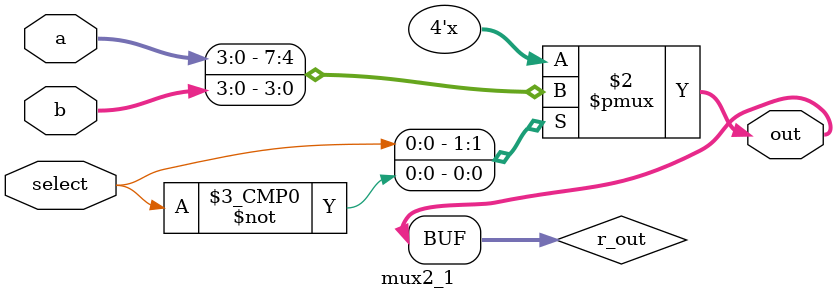
<source format=v>
`timescale 1ns / 1ps


//     assign out = select ? a : b;

// module mux2_1( // 2 : 1 mux / 입력 값 중 하나를 선택해 출력함.
//     input a, b, select, // 입력 1, 2와 select
//     output out // 출력
//     );

//     reg r_out; // 1 bit 플립플롭

//     // always @(select or a, b) begin // 절차형 할당문
//     //     if(select) r_out = a;
//     //     else r_out = b;
//     // end

//     always @(*) begin // input 변하면 실행? *
//         case(select)
//             1'b1: r_out = a;
//             1'b0: r_out = b;
//         endcase
//     end

//     assign out = r_out; // r_out을 out에 연결


module mux2_1( // 4 bit mux
    input [3:0] a,
    input [3:0] b,
    input select,
    output [3:0] out // 출력
    );

    reg [3:0] r_out;

    // always @(select or a, b) begin // 절차형 할당문
    //     if(select) r_out = a;
    //     else r_out = b;
    // end

    always @(*) begin // input 변하면 실행? *
        case(select)
            1'b1: r_out = a;
            1'b0: r_out = b;
        endcase
    end

    assign out = r_out; // r_out을 out에 연결
endmodule

</source>
